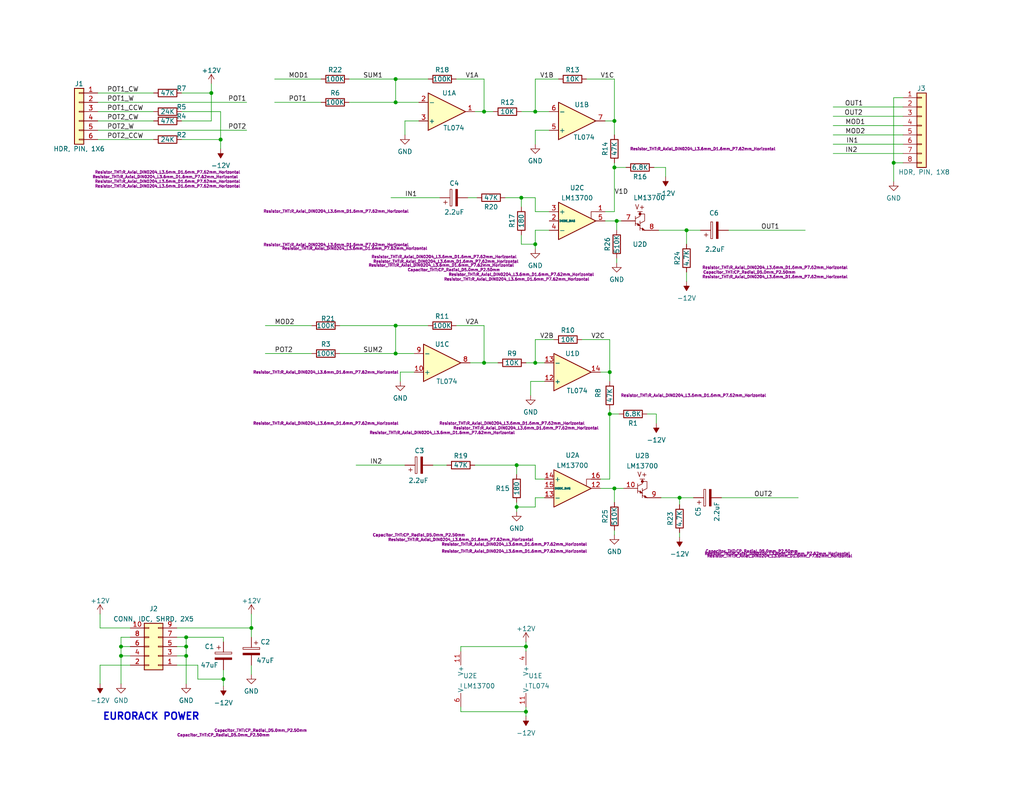
<source format=kicad_sch>
(kicad_sch (version 20211123) (generator eeschema)
  (paper "A")
  (title_block (title "Dual Voltage Controlled Amplifier (VCA)") (date "2022-11-28") (rev "2") (company "LAND BOARDS LLC"))
  (lib_symbols
    (symbol "Amplifier_Operational:LM13700" (pin_names (offset 0.127))
      (property "Reference" "U" (at 3.81 5.08 0))
      (property "Value" "LM13700" (at 5.08 -5.08 0))
      (symbol "LM13700_1_1"
        (polyline (pts (xy 3.81 -0.635) (xy 3.81 -2.54) (xy 5.08 -2.54)))
        (polyline (pts (xy 5.08 0) (xy -5.08 -5.08) (xy -5.08 5.08) (xy 5.08 0)) (stroke (width 0.254)) (fill (type background)))
        (pin output line (at 7.62 0 180) (length 2.54) (name "~") (number "12"))
        (pin input line (at -7.62 2.54 0) (length 2.54) (name "-") (number "13"))
        (pin input line (at -7.62 -2.54 0) (length 2.54) (name "+") (number "14"))
        (pin input line (at -7.62 0 0) (length 2.54) (name "DIODE_BIAS") (number "15"))
        (pin input line (at 7.62 -2.54 180) (length 2.54) (name "~") (number "16"))
      )
      (symbol "LM13700_2_0"
        (polyline (pts (xy -1.905 2.54) (xy -3.175 2.54)))
      )
      (symbol "LM13700_2_1"
        (circle (center -2.54 1.905) (radius 0.254) (stroke (width 0.254)) (fill (type outline)))
        (polyline (pts (xy -3.81 -0.635) (xy -2.54 -1.27)))
        (polyline (pts (xy -3.81 1.27) (xy -3.81 -1.27)))
        (polyline (pts (xy -2.54 -1.905) (xy -1.27 -2.54)))
        (polyline (pts (xy -2.54 0) (xy -2.54 -2.54)))
        (polyline (pts (xy -3.81 0.635) (xy -2.54 1.27) (xy -2.54 1.905) (xy -2.54 2.54)))
        (polyline (pts (xy -2.54 -1.27) (xy -3.175 -0.635) (xy -3.175 -1.27) (xy -2.54 -1.27)) (fill (type outline)))
        (polyline (pts (xy -2.54 -0.635) (xy -1.27 0) (xy -1.27 1.905) (xy -2.54 1.905)))
        (polyline (pts (xy -1.27 -2.54) (xy -1.905 -1.905) (xy -1.905 -2.54) (xy -1.27 -2.54)) (fill (type outline)))
        (text "V+" (at -2.54 3.81 0) (effects (font (size 1.27 1.27))))
        (pin input line (at -7.62 0 0) (length 3.81) (name "~") (number "10"))
        (pin output line (at 2.54 -2.54 180) (length 3.81) (name "~") (number "9"))
      )
      (symbol "LM13700_3_1"
        (polyline (pts (xy 3.81 -0.635) (xy 3.81 -2.54) (xy 5.08 -2.54)))
        (polyline (pts (xy 5.08 0) (xy -5.08 -5.08) (xy -5.08 5.08) (xy 5.08 0)) (stroke (width 0.254)) (fill (type background)))
        (pin input line (at 7.62 -2.54 180) (length 2.54) (name "~") (number "1"))
        (pin input line (at -7.62 0 0) (length 2.54) (name "DIODE_BIAS") (number "2"))
        (pin input line (at -7.62 -2.54 0) (length 2.54) (name "+") (number "3"))
        (pin input line (at -7.62 2.54 0) (length 2.54) (name "-") (number "4"))
        (pin output line (at 7.62 0 180) (length 2.54) (name "~") (number "5"))
      )
      (symbol "LM13700_4_0"
        (polyline (pts (xy -3.175 2.54) (xy -1.905 2.54)))
        (text "V+" (at -2.54 3.81 0) (effects (font (size 1.27 1.27))))
      )
      (symbol "LM13700_4_1"
        (circle (center -2.54 1.905) (radius 0.254) (stroke (width 0.254)) (fill (type outline)))
        (polyline (pts (xy -3.81 -0.635) (xy -2.54 -1.27)))
        (polyline (pts (xy -3.81 1.27) (xy -3.81 -1.27)))
        (polyline (pts (xy -2.54 -1.905) (xy -1.27 -2.54)))
        (polyline (pts (xy -2.54 0) (xy -2.54 -2.54)))
        (polyline (pts (xy -3.81 0.635) (xy -2.54 1.27) (xy -2.54 2.54)))
        (polyline (pts (xy -2.54 -1.27) (xy -3.175 -0.635) (xy -3.175 -1.27) (xy -2.54 -1.27)) (fill (type outline)))
        (polyline (pts (xy -2.54 -0.635) (xy -1.27 0) (xy -1.27 1.905) (xy -2.54 1.905)))
        (polyline (pts (xy -1.27 -2.54) (xy -1.905 -1.905) (xy -1.905 -2.54) (xy -1.27 -2.54)) (fill (type outline)))
        (pin input line (at -7.62 0 0) (length 3.81) (name "~") (number "7"))
        (pin output line (at 2.54 -2.54 180) (length 3.81) (name "~") (number "8"))
      )
      (symbol "LM13700_5_1"
        (pin power_in line (at -2.54 7.62 270) (length 3.81) (name "V+") (number "11"))
        (pin power_in line (at -2.54 -7.62 90) (length 3.81) (name "V-") (number "6"))
      )
    )
    (symbol "Amplifier_Operational:TL074" (pin_names (offset 0.127))
      (property "Reference" "U" (at 0 5.08 0))
      (property "Value" "TL074" (at 0 -5.08 0))
      (symbol "TL074_1_1"
        (polyline (pts (xy -5.08 5.08) (xy 5.08 0) (xy -5.08 -5.08) (xy -5.08 5.08)) (stroke (width 0.254)) (fill (type background)))
        (pin output line (at 7.62 0 180) (length 2.54) (name "~") (number "1"))
        (pin input line (at -7.62 -2.54 0) (length 2.54) (name "-") (number "2"))
        (pin input line (at -7.62 2.54 0) (length 2.54) (name "+") (number "3"))
      )
      (symbol "TL074_2_1"
        (polyline (pts (xy -5.08 5.08) (xy 5.08 0) (xy -5.08 -5.08) (xy -5.08 5.08)) (stroke (width 0.254)) (fill (type background)))
        (pin input line (at -7.62 2.54 0) (length 2.54) (name "+") (number "5"))
        (pin input line (at -7.62 -2.54 0) (length 2.54) (name "-") (number "6"))
        (pin output line (at 7.62 0 180) (length 2.54) (name "~") (number "7"))
      )
      (symbol "TL074_3_1"
        (polyline (pts (xy -5.08 5.08) (xy 5.08 0) (xy -5.08 -5.08) (xy -5.08 5.08)) (stroke (width 0.254)) (fill (type background)))
        (pin input line (at -7.62 2.54 0) (length 2.54) (name "+") (number "10"))
        (pin output line (at 7.62 0 180) (length 2.54) (name "~") (number "8"))
        (pin input line (at -7.62 -2.54 0) (length 2.54) (name "-") (number "9"))
      )
      (symbol "TL074_4_1"
        (polyline (pts (xy -5.08 5.08) (xy 5.08 0) (xy -5.08 -5.08) (xy -5.08 5.08)) (stroke (width 0.254)) (fill (type background)))
        (pin input line (at -7.62 2.54 0) (length 2.54) (name "+") (number "12"))
        (pin input line (at -7.62 -2.54 0) (length 2.54) (name "-") (number "13"))
        (pin output line (at 7.62 0 180) (length 2.54) (name "~") (number "14"))
      )
      (symbol "TL074_5_1"
        (pin power_in line (at -2.54 -7.62 90) (length 3.81) (name "V-") (number "11"))
        (pin power_in line (at -2.54 7.62 270) (length 3.81) (name "V+") (number "4"))
      )
    )
    (symbol "Connector_Generic:Conn_01x06" (pin_names (offset 1.016) hide)
      (property "Reference" "J" (at 0 7.62 0))
      (property "Value" "Conn_01x06" (at 0 -10.16 0))
      (symbol "Conn_01x06_1_1"
        (rectangle (start -1.27 -7.493) (end 0 -7.747) (stroke (width 0.1524)))
        (rectangle (start -1.27 -4.953) (end 0 -5.207) (stroke (width 0.1524)))
        (rectangle (start -1.27 -2.413) (end 0 -2.667) (stroke (width 0.1524)))
        (rectangle (start -1.27 0.127) (end 0 -0.127) (stroke (width 0.1524)))
        (rectangle (start -1.27 2.667) (end 0 2.413) (stroke (width 0.1524)))
        (rectangle (start -1.27 5.207) (end 0 4.953) (stroke (width 0.1524)))
        (rectangle (start -1.27 6.35) (end 1.27 -8.89) (stroke (width 0.254)) (fill (type background)))
        (pin passive line (at -5.08 5.08 0) (length 3.81) (name "Pin_1") (number "1"))
        (pin passive line (at -5.08 2.54 0) (length 3.81) (name "Pin_2") (number "2"))
        (pin passive line (at -5.08 0 0) (length 3.81) (name "Pin_3") (number "3"))
        (pin passive line (at -5.08 -2.54 0) (length 3.81) (name "Pin_4") (number "4"))
        (pin passive line (at -5.08 -5.08 0) (length 3.81) (name "Pin_5") (number "5"))
        (pin passive line (at -5.08 -7.62 0) (length 3.81) (name "Pin_6") (number "6"))
      )
    )
    (symbol "Connector_Generic:Conn_01x08" (pin_names (offset 1.016) hide)
      (property "Reference" "J" (at 0 10.16 0))
      (property "Value" "Conn_01x08" (at 0 -12.7 0))
      (symbol "Conn_01x08_1_1"
        (rectangle (start -1.27 -10.033) (end 0 -10.287) (stroke (width 0.1524)))
        (rectangle (start -1.27 -7.493) (end 0 -7.747) (stroke (width 0.1524)))
        (rectangle (start -1.27 -4.953) (end 0 -5.207) (stroke (width 0.1524)))
        (rectangle (start -1.27 -2.413) (end 0 -2.667) (stroke (width 0.1524)))
        (rectangle (start -1.27 0.127) (end 0 -0.127) (stroke (width 0.1524)))
        (rectangle (start -1.27 2.667) (end 0 2.413) (stroke (width 0.1524)))
        (rectangle (start -1.27 5.207) (end 0 4.953) (stroke (width 0.1524)))
        (rectangle (start -1.27 7.747) (end 0 7.493) (stroke (width 0.1524)))
        (rectangle (start -1.27 8.89) (end 1.27 -11.43) (stroke (width 0.254)) (fill (type background)))
        (pin passive line (at -5.08 7.62 0) (length 3.81) (name "Pin_1") (number "1"))
        (pin passive line (at -5.08 5.08 0) (length 3.81) (name "Pin_2") (number "2"))
        (pin passive line (at -5.08 2.54 0) (length 3.81) (name "Pin_3") (number "3"))
        (pin passive line (at -5.08 0 0) (length 3.81) (name "Pin_4") (number "4"))
        (pin passive line (at -5.08 -2.54 0) (length 3.81) (name "Pin_5") (number "5"))
        (pin passive line (at -5.08 -5.08 0) (length 3.81) (name "Pin_6") (number "6"))
        (pin passive line (at -5.08 -7.62 0) (length 3.81) (name "Pin_7") (number "7"))
        (pin passive line (at -5.08 -10.16 0) (length 3.81) (name "Pin_8") (number "8"))
      )
    )
    (symbol "Connector_Generic:Conn_02x05_Odd_Even" (pin_names (offset 1.016) hide)
      (property "Reference" "J" (at 1.27 7.62 0))
      (property "Value" "Conn_02x05_Odd_Even" (at 1.27 -7.62 0))
      (symbol "Conn_02x05_Odd_Even_1_1"
        (rectangle (start -1.27 -4.953) (end 0 -5.207) (stroke (width 0.1524)))
        (rectangle (start -1.27 -2.413) (end 0 -2.667) (stroke (width 0.1524)))
        (rectangle (start -1.27 0.127) (end 0 -0.127) (stroke (width 0.1524)))
        (rectangle (start -1.27 2.667) (end 0 2.413) (stroke (width 0.1524)))
        (rectangle (start -1.27 5.207) (end 0 4.953) (stroke (width 0.1524)))
        (rectangle (start -1.27 6.35) (end 3.81 -6.35) (stroke (width 0.254)) (fill (type background)))
        (rectangle (start 3.81 -4.953) (end 2.54 -5.207) (stroke (width 0.1524)))
        (rectangle (start 3.81 -2.413) (end 2.54 -2.667) (stroke (width 0.1524)))
        (rectangle (start 3.81 0.127) (end 2.54 -0.127) (stroke (width 0.1524)))
        (rectangle (start 3.81 2.667) (end 2.54 2.413) (stroke (width 0.1524)))
        (rectangle (start 3.81 5.207) (end 2.54 4.953) (stroke (width 0.1524)))
        (pin passive line (at -5.08 5.08 0) (length 3.81) (name "Pin_1") (number "1"))
        (pin passive line (at 7.62 -5.08 180) (length 3.81) (name "Pin_10") (number "10"))
        (pin passive line (at 7.62 5.08 180) (length 3.81) (name "Pin_2") (number "2"))
        (pin passive line (at -5.08 2.54 0) (length 3.81) (name "Pin_3") (number "3"))
        (pin passive line (at 7.62 2.54 180) (length 3.81) (name "Pin_4") (number "4"))
        (pin passive line (at -5.08 0 0) (length 3.81) (name "Pin_5") (number "5"))
        (pin passive line (at 7.62 0 180) (length 3.81) (name "Pin_6") (number "6"))
        (pin passive line (at -5.08 -2.54 0) (length 3.81) (name "Pin_7") (number "7"))
        (pin passive line (at 7.62 -2.54 180) (length 3.81) (name "Pin_8") (number "8"))
        (pin passive line (at -5.08 -5.08 0) (length 3.81) (name "Pin_9") (number "9"))
      )
    )
    (symbol "Device:C_Polarized" (pin_numbers hide) (pin_names (offset 0.254))
      (property "Reference" "C" (at 0.635 2.54 0))
      (property "Value" "C_Polarized" (at 0.635 -2.54 0))
      (symbol "C_Polarized_0_1"
        (rectangle (start -2.286 0.508) (end 2.286 1.016))
        (polyline (pts (xy -1.778 2.286) (xy -0.762 2.286)))
        (polyline (pts (xy -1.27 2.794) (xy -1.27 1.778)))
        (rectangle (start 2.286 -0.508) (end -2.286 -1.016) (fill (type outline)))
      )
      (symbol "C_Polarized_1_1"
        (pin passive line (at 0 3.81 270) (length 2.794) (name "~") (number "1"))
        (pin passive line (at 0 -3.81 90) (length 2.794) (name "~") (number "2"))
      )
    )
    (symbol "Device:R" (pin_numbers hide) (pin_names (offset 0))
      (property "Reference" "R" (at 2.032 0 90))
      (property "Value" "R" (at 0 0 90))
      (symbol "R_0_1"
        (rectangle (start -1.016 -2.54) (end 1.016 2.54) (stroke (width 0.254)))
      )
      (symbol "R_1_1"
        (pin passive line (at 0 3.81 270) (length 1.27) (name "~") (number "1"))
        (pin passive line (at 0 -3.81 90) (length 1.27) (name "~") (number "2"))
      )
    )
    (symbol "power:+12V" (power) (pin_names (offset 0))
      (property "Value" "+12V" (at 0 3.556 0))
      (symbol "+12V_0_1"
        (polyline (pts (xy -0.762 1.27) (xy 0 2.54)))
        (polyline (pts (xy 0 0) (xy 0 2.54)))
        (polyline (pts (xy 0 2.54) (xy 0.762 1.27)))
      )
      (symbol "+12V_1_1"
        (pin power_in line (at 0 0 90) (length 0) hide (name "+12V") (number "1"))
      )
    )
    (symbol "power:-12V" (power) (pin_names (offset 0))
      (property "Value" "-12V" (at 0 3.81 0))
      (symbol "-12V_0_0"
        (pin power_in line (at 0 0 90) (length 0) hide (name "-12V") (number "1"))
      )
      (symbol "-12V_0_1"
        (polyline (pts (xy 0 0) (xy 0 1.27) (xy 0.762 1.27) (xy 0 2.54) (xy -0.762 1.27) (xy 0 1.27)) (fill (type outline)))
      )
    )
    (symbol "power:GND" (power) (pin_names (offset 0))
      (property "Value" "GND" (at 0 -3.81 0))
      (symbol "GND_0_1"
        (polyline (pts (xy 0 0) (xy 0 -1.27) (xy 1.27 -1.27) (xy 0 -2.54) (xy -1.27 -1.27) (xy 0 -1.27)))
      )
      (symbol "GND_1_1"
        (pin power_in line (at 0 0 270) (length 0) hide (name "GND") (number "1"))
      )
    )
  )
  (junction (at 167.64 45.72))
  (junction (at 146.05 30.48))
  (junction (at 166.37 113.03))
  (junction (at 132.08 30.48))
  (junction (at 167.64 33.02))
  (junction (at 60.96 185.42))
  (junction (at 167.64 133.35))
  (junction (at 57.658 25.4))
  (junction (at 140.97 127))
  (junction (at 60.198 38.1))
  (junction (at 142.24 53.975))
  (junction (at 143.51 176.53))
  (junction (at 107.95 21.59))
  (junction (at 107.95 96.52))
  (junction (at 146.05 66.675))
  (junction (at 107.95 88.9))
  (junction (at 168.275 60.325))
  (junction (at 50.8 179.07))
  (junction (at 187.325 62.865))
  (junction (at 185.42 135.89))
  (junction (at 33.02 179.07))
  (junction (at 50.8 173.99))
  (junction (at 107.95 27.94))
  (junction (at 166.37 101.6))
  (junction (at 132.08 99.06))
  (junction (at 33.02 176.53))
  (junction (at 243.84 44.45))
  (junction (at 68.58 171.45))
  (junction (at 50.8 176.53))
  (junction (at 140.97 138.43))
  (junction (at 143.51 194.31))
  (junction (at 146.05 99.06))
  (wire (pts (xy 50.8 176.53) (xy 50.8 179.07)))
  (wire (pts (xy 227.33 41.91) (xy 246.38 41.91)))
  (wire (pts (xy 166.37 113.03) (xy 168.91 113.03)))
  (wire (pts (xy 33.02 173.99) (xy 33.02 176.53)))
  (wire (pts (xy 57.658 25.4) (xy 57.658 22.86)))
  (wire (pts (xy 227.33 39.37) (xy 246.38 39.37)))
  (wire (pts (xy 132.08 99.06) (xy 128.27 99.06)))
  (wire (pts (xy 107.95 88.9) (xy 116.84 88.9)))
  (wire (pts (xy 146.05 62.865) (xy 146.05 66.675)))
  (wire (pts (xy 146.05 99.06) (xy 143.51 99.06)))
  (wire (pts (xy 68.58 167.64) (xy 68.58 171.45)))
  (wire (pts (xy 35.56 173.99) (xy 33.02 173.99)))
  (wire (pts (xy 140.97 138.43) (xy 146.05 138.43)))
  (wire (pts (xy 125.73 194.31) (xy 125.73 193.04)))
  (wire (pts (xy 107.95 88.9) (xy 107.95 96.52)))
  (wire (pts (xy 167.64 33.02) (xy 167.64 21.59)))
  (wire (pts (xy 92.71 88.9) (xy 107.95 88.9)))
  (wire (pts (xy 135.89 99.06) (xy 132.08 99.06)))
  (wire (pts (xy 142.24 64.135) (xy 142.24 66.675)))
  (wire (pts (xy 163.83 130.81) (xy 166.37 130.81)))
  (wire (pts (xy 106.68 53.975) (xy 120.015 53.975)))
  (wire (pts (xy 60.198 30.48) (xy 60.198 38.1)))
  (wire (pts (xy 163.83 101.6) (xy 166.37 101.6)))
  (wire (pts (xy 49.53 25.4) (xy 57.658 25.4)))
  (wire (pts (xy 149.86 62.865) (xy 146.05 62.865)))
  (wire (pts (xy 49.53 38.1) (xy 60.198 38.1)))
  (wire (pts (xy 146.05 30.48) (xy 142.24 30.48)))
  (wire (pts (xy 166.37 111.76) (xy 166.37 113.03)))
  (wire (pts (xy 33.02 179.07) (xy 35.56 179.07)))
  (wire (pts (xy 149.86 30.48) (xy 146.05 30.48)))
  (wire (pts (xy 107.95 27.94) (xy 114.3 27.94)))
  (wire (pts (xy 148.59 99.06) (xy 146.05 99.06)))
  (wire (pts (xy 176.53 113.03) (xy 179.07 113.03)))
  (wire (pts (xy 168.275 60.325) (xy 168.275 62.865)))
  (wire (pts (xy 60.96 173.99) (xy 60.96 175.26)))
  (wire (pts (xy 57.658 25.4) (xy 57.658 33.02)))
  (wire (pts (xy 132.08 30.48) (xy 129.54 30.48)))
  (wire (pts (xy 137.795 53.975) (xy 142.24 53.975)))
  (wire (pts (xy 140.97 127) (xy 146.05 127)))
  (wire (pts (xy 50.8 173.99) (xy 50.8 176.53)))
  (wire (pts (xy 114.3 33.02) (xy 110.49 33.02)))
  (wire (pts (xy 246.38 26.67) (xy 243.84 26.67)))
  (wire (pts (xy 185.42 135.89) (xy 189.23 135.89)))
  (wire (pts (xy 166.37 101.6) (xy 166.37 92.71)))
  (wire (pts (xy 33.02 176.53) (xy 35.56 176.53)))
  (wire (pts (xy 227.33 36.83) (xy 246.38 36.83)))
  (wire (pts (xy 143.51 176.53) (xy 143.51 177.8)))
  (wire (pts (xy 107.95 96.52) (xy 113.03 96.52)))
  (wire (pts (xy 165.1 60.325) (xy 168.275 60.325)))
  (wire (pts (xy 140.97 127) (xy 140.97 129.54)))
  (wire (pts (xy 26.67 35.56) (xy 67.31 35.56)))
  (wire (pts (xy 72.39 88.9) (xy 85.09 88.9)))
  (wire (pts (xy 143.51 194.31) (xy 143.51 193.04)))
  (wire (pts (xy 219.71 62.865) (xy 198.755 62.865)))
  (wire (pts (xy 243.84 44.45) (xy 243.84 49.53)))
  (wire (pts (xy 185.42 135.89) (xy 185.42 137.795)))
  (wire (pts (xy 146.05 92.71) (xy 151.13 92.71)))
  (wire (pts (xy 68.58 181.61) (xy 68.58 184.15)))
  (wire (pts (xy 33.02 176.53) (xy 33.02 179.07)))
  (wire (pts (xy 227.33 29.21) (xy 246.38 29.21)))
  (wire (pts (xy 107.95 21.59) (xy 116.84 21.59)))
  (wire (pts (xy 146.05 99.06) (xy 146.05 92.71)))
  (wire (pts (xy 113.03 101.6) (xy 109.22 101.6)))
  (wire (pts (xy 227.33 31.75) (xy 246.38 31.75)))
  (wire (pts (xy 53.975 185.42) (xy 60.96 185.42)))
  (wire (pts (xy 149.86 57.785) (xy 146.05 57.785)))
  (wire (pts (xy 167.64 133.35) (xy 163.83 133.35)))
  (wire (pts (xy 148.59 104.14) (xy 144.78 104.14)))
  (wire (pts (xy 185.42 145.415) (xy 185.42 146.685)))
  (wire (pts (xy 143.51 195.58) (xy 143.51 194.31)))
  (wire (pts (xy 140.97 138.43) (xy 140.97 139.7)))
  (wire (pts (xy 140.97 137.16) (xy 140.97 138.43)))
  (wire (pts (xy 50.8 173.99) (xy 60.96 173.99)))
  (wire (pts (xy 109.22 101.6) (xy 109.22 104.14)))
  (wire (pts (xy 132.08 88.9) (xy 124.46 88.9)))
  (wire (pts (xy 48.26 176.53) (xy 50.8 176.53)))
  (wire (pts (xy 33.02 179.07) (xy 33.02 186.69)))
  (wire (pts (xy 125.73 176.53) (xy 125.73 177.8)))
  (wire (pts (xy 49.53 30.48) (xy 60.198 30.48)))
  (wire (pts (xy 142.24 53.975) (xy 142.24 56.515)))
  (wire (pts (xy 110.49 33.02) (xy 110.49 36.83)))
  (wire (pts (xy 60.96 185.42) (xy 60.96 187.325)))
  (wire (pts (xy 149.86 35.56) (xy 146.05 35.56)))
  (wire (pts (xy 48.26 181.61) (xy 53.975 181.61)))
  (wire (pts (xy 35.56 171.45) (xy 27.305 171.45)))
  (wire (pts (xy 146.05 66.675) (xy 146.05 67.945)))
  (wire (pts (xy 26.67 27.94) (xy 67.31 27.94)))
  (wire (pts (xy 181.61 45.72) (xy 181.61 48.26)))
  (wire (pts (xy 146.05 57.785) (xy 146.05 53.975)))
  (wire (pts (xy 48.26 173.99) (xy 50.8 173.99)))
  (wire (pts (xy 168.275 71.755) (xy 168.275 70.485)))
  (wire (pts (xy 27.305 186.69) (xy 27.305 181.61)))
  (wire (pts (xy 146.05 135.89) (xy 148.59 135.89)))
  (wire (pts (xy 167.64 45.72) (xy 170.815 45.72)))
  (wire (pts (xy 227.33 34.29) (xy 246.38 34.29)))
  (wire (pts (xy 118.11 127) (xy 121.92 127)))
  (wire (pts (xy 132.08 88.9) (xy 132.08 99.06)))
  (wire (pts (xy 95.25 27.94) (xy 107.95 27.94)))
  (wire (pts (xy 107.95 27.94) (xy 107.95 21.59)))
  (wire (pts (xy 27.305 167.64) (xy 27.305 171.45)))
  (wire (pts (xy 167.64 57.785) (xy 167.64 45.72)))
  (wire (pts (xy 143.51 176.53) (xy 125.73 176.53)))
  (wire (pts (xy 167.64 44.45) (xy 167.64 45.72)))
  (wire (pts (xy 143.51 175.26) (xy 143.51 176.53)))
  (wire (pts (xy 72.39 96.52) (xy 85.09 96.52)))
  (wire (pts (xy 179.07 113.03) (xy 179.07 115.57)))
  (wire (pts (xy 167.64 133.35) (xy 167.64 137.16)))
  (wire (pts (xy 68.58 171.45) (xy 68.58 173.99)))
  (wire (pts (xy 146.05 127) (xy 146.05 130.81)))
  (wire (pts (xy 132.08 30.48) (xy 132.08 21.59)))
  (wire (pts (xy 165.1 33.02) (xy 167.64 33.02)))
  (wire (pts (xy 178.435 45.72) (xy 181.61 45.72)))
  (wire (pts (xy 144.78 104.14) (xy 144.78 107.95)))
  (wire (pts (xy 53.975 181.61) (xy 53.975 185.42)))
  (wire (pts (xy 142.24 53.975) (xy 146.05 53.975)))
  (wire (pts (xy 146.05 130.81) (xy 148.59 130.81)))
  (wire (pts (xy 187.325 62.865) (xy 187.325 66.675)))
  (wire (pts (xy 168.275 60.325) (xy 169.545 60.325)))
  (wire (pts (xy 129.54 127) (xy 140.97 127)))
  (wire (pts (xy 146.05 30.48) (xy 146.05 21.59)))
  (wire (pts (xy 95.25 21.59) (xy 107.95 21.59)))
  (wire (pts (xy 74.93 27.94) (xy 87.63 27.94)))
  (wire (pts (xy 243.84 26.67) (xy 243.84 44.45)))
  (wire (pts (xy 27.305 181.61) (xy 35.56 181.61)))
  (wire (pts (xy 243.84 44.45) (xy 246.38 44.45)))
  (wire (pts (xy 60.198 38.1) (xy 60.198 40.64)))
  (wire (pts (xy 49.53 33.02) (xy 57.658 33.02)))
  (wire (pts (xy 26.67 30.48) (xy 41.91 30.48)))
  (wire (pts (xy 166.37 101.6) (xy 166.37 104.14)))
  (wire (pts (xy 127.635 53.975) (xy 130.175 53.975)))
  (wire (pts (xy 165.1 57.785) (xy 167.64 57.785)))
  (wire (pts (xy 167.64 21.59) (xy 160.02 21.59)))
  (wire (pts (xy 146.05 66.675) (xy 142.24 66.675)))
  (wire (pts (xy 143.51 194.31) (xy 125.73 194.31)))
  (wire (pts (xy 187.325 74.295) (xy 187.325 76.835)))
  (wire (pts (xy 74.93 21.59) (xy 87.63 21.59)))
  (wire (pts (xy 48.26 171.45) (xy 68.58 171.45)))
  (wire (pts (xy 92.71 96.52) (xy 107.95 96.52)))
  (wire (pts (xy 26.67 38.1) (xy 41.91 38.1)))
  (wire (pts (xy 166.37 92.71) (xy 158.75 92.71)))
  (wire (pts (xy 179.705 62.865) (xy 187.325 62.865)))
  (wire (pts (xy 180.34 135.89) (xy 185.42 135.89)))
  (wire (pts (xy 26.67 25.4) (xy 41.91 25.4)))
  (wire (pts (xy 146.05 21.59) (xy 152.4 21.59)))
  (wire (pts (xy 48.26 179.07) (xy 50.8 179.07)))
  (wire (pts (xy 167.64 146.05) (xy 167.64 144.78)))
  (wire (pts (xy 132.08 21.59) (xy 124.46 21.59)))
  (wire (pts (xy 26.67 33.02) (xy 41.91 33.02)))
  (wire (pts (xy 146.05 35.56) (xy 146.05 39.37)))
  (wire (pts (xy 60.96 185.42) (xy 60.96 182.88)))
  (wire (pts (xy 187.325 62.865) (xy 191.135 62.865)))
  (wire (pts (xy 217.805 135.89) (xy 196.85 135.89)))
  (wire (pts (xy 146.05 138.43) (xy 146.05 135.89)))
  (wire (pts (xy 97.155 127) (xy 110.49 127)))
  (wire (pts (xy 166.37 113.03) (xy 166.37 130.81)))
  (wire (pts (xy 134.62 30.48) (xy 132.08 30.48)))
  (wire (pts (xy 167.64 33.02) (xy 167.64 36.83)))
  (wire (pts (xy 170.18 133.35) (xy 167.64 133.35)))
  (wire (pts (xy 50.8 179.07) (xy 50.8 186.69)))
  (text "EURORACK POWER" (at 27.94 196.85 0) (effects (font (size 1.905 1.905) (thickness 0.381) bold) (justify left bottom)))
  (label "POT2" (at 62.23 35.56 0))
  (label "POT2" (at 74.93 96.52 0))
  (label "V1B" (at 147.32 21.59 0))
  (label "POT2_W" (at 29.21 35.56 0))
  (label "POT1" (at 62.23 27.94 0))
  (label "V2C" (at 161.29 92.71 0))
  (label "V2B" (at 147.32 92.71 0))
  (label "MOD1" (at 230.632 34.29 0))
  (label "V2A" (at 127 88.9 0))
  (label "IN2" (at 230.632 41.91 0))
  (label "V1C" (at 163.83 21.59 0))
  (label "MOD2" (at 74.93 88.9 0))
  (label "V1A" (at 127 21.59 0))
  (label "OUT1" (at 230.505 29.21 0))
  (label "POT1_CW" (at 29.21 25.4 0))
  (label "IN1" (at 110.49 53.975 0))
  (label "OUT1" (at 207.645 62.865 0))
  (label "SUM1" (at 99.06 21.59 0))
  (label "SUM2" (at 99.06 96.52 0))
  (label "MOD1" (at 78.74 21.59 0))
  (label "POT2_CCW" (at 29.21 38.1 0))
  (label "POT1_W" (at 29.21 27.94 0))
  (label "IN1" (at 230.886 39.37 0))
  (label "IN2" (at 100.965 127 0))
  (label "V1D" (at 167.64 53.34 0))
  (label "POT1_CCW" (at 29.21 30.48 0))
  (label "OUT2" (at 230.378 31.75 0))
  (label "POT2_CW" (at 29.21 33.02 0))
  (label "MOD2" (at 230.632 36.83 0))
  (label "POT1" (at 78.74 27.94 0))
  (label "OUT2" (at 205.74 135.89 0))
  (symbol (lib_id "Amplifier_Operational:TL074") (at 120.65 99.06 0) (mirror x) (unit 3)
    (property "Reference" "U1" (at 120.65 93.98 0))
    (property "Value" "TL074" (at 121.92 104.14 0))
    (property "Datasheet" "http://www.ti.com/lit/ds/symlink/tl071.pdf" (effects hide))
  )
  (symbol (lib_id "power:-12V") (at 185.42 146.685 180) (unit 1)
    (property "Reference" "#PWR0104" (effects hide))
    (property "Value" "-12V" (at 185.42 151.2475 0))
  )
  (symbol (lib_id "Device:R") (at 45.72 25.4 90) (unit 1)
    (property "Reference" "R7" (at 49.53 24.13 90))
    (property "Value" "47K" (at 45.72 25.4 90))
    (property "Footprint" "Resistor_THT:R_Axial_DIN0204_L3.6mm_D1.6mm_P7.62mm_Horizontal" (at 45.085 48.26 90) (effects (font (size 0.762 0.762))))
  )
  (symbol (lib_id "Device:R") (at 140.97 133.35 180) (unit 1)
    (property "Reference" "R15" (at 137.16 133.35 0))
    (property "Value" "180" (at 140.97 133.35 90))
    (property "Footprint" "Resistor_THT:R_Axial_DIN0204_L3.6mm_D1.6mm_P7.62mm_Horizontal" (at 140.335 148.59 0) (effects (font (size 0.762 0.762))))
  )
  (symbol (lib_id "Device:R") (at 187.325 70.485 180) (unit 1)
    (property "Reference" "R24" (at 184.785 70.485 90))
    (property "Value" "4.7K" (at 187.325 70.485 90))
    (property "Footprint" "Resistor_THT:R_Axial_DIN0204_L3.6mm_D1.6mm_P7.62mm_Horizontal" (at 211.455 75.565 0) (effects (font (size 0.762 0.762))))
  )
  (symbol (lib_id "Device:R") (at 139.7 99.06 90) (unit 1)
    (property "Reference" "R9" (at 139.7 96.52 90))
    (property "Value" "10K" (at 139.7 99.06 90))
    (property "Footprint" "Resistor_THT:R_Axial_DIN0204_L3.6mm_D1.6mm_P7.62mm_Horizontal" (at 139.7 115.57 90) (effects (font (size 0.762 0.762))))
  )
  (symbol (lib_id "Device:C_Polarized") (at 123.825 53.975 90) (unit 1)
    (property "Reference" "C4" (at 123.952 50.038 90))
    (property "Value" "2.2uF" (at 123.952 57.912 90))
    (property "Footprint" "Capacitor_THT:CP_Radial_D5.0mm_P2.50mm" (at 123.825 73.66 90) (effects (font (size 0.762 0.762))))
  )
  (symbol (lib_id "Device:C_Polarized") (at 114.3 127 90) (unit 1)
    (property "Reference" "C3" (at 114.427 123.063 90))
    (property "Value" "2.2uF" (at 114.173 131.191 90))
    (property "Footprint" "Capacitor_THT:CP_Radial_D5.0mm_P2.50mm" (at 114.3 146.05 90) (effects (font (size 0.762 0.762))))
  )
  (symbol (lib_id "power:GND") (at 140.97 139.7 0) (unit 1)
    (property "Reference" "#PWR0116" (effects hide))
    (property "Value" "GND" (at 140.97 144.2625 0))
  )
  (symbol (lib_id "Device:R") (at 120.65 88.9 90) (unit 1)
    (property "Reference" "R11" (at 120.65 86.36 90))
    (property "Value" "100K" (at 120.65 88.9 90))
    (property "Footprint" "Resistor_THT:R_Axial_DIN0204_L3.6mm_D1.6mm_P7.62mm_Horizontal" (at 120.65 118.11 90) (effects (font (size 0.762 0.762))))
  )
  (symbol (lib_id "power:GND") (at 167.64 146.05 0) (unit 1)
    (property "Reference" "#PWR01" (effects hide))
    (property "Value" "GND" (at 167.64 150.6125 0))
  )
  (symbol (lib_id "power:-12V") (at 187.325 76.835 180) (unit 1)
    (property "Reference" "#PWR0113" (effects hide))
    (property "Value" "-12V" (at 187.325 81.3975 0))
  )
  (symbol (lib_id "Amplifier_Operational:LM13700") (at 128.27 185.42 0) (unit 5)
    (property "Reference" "U2" (at 126.365 184.5115 0) (effects (justify left)))
    (property "Value" "LM13700" (at 126.365 187.2866 0) (effects (justify left)))
    (property "Datasheet" "http://www.ti.com/lit/ds/symlink/lm13700.pdf" (effects hide))
  )
  (symbol (lib_id "Device:R") (at 167.64 140.97 180) (unit 1)
    (property "Reference" "R25" (at 165.1 140.97 90))
    (property "Value" "510K" (at 167.64 140.97 90))
    (property "Footprint" "Resistor_THT:R_Axial_DIN0204_L3.6mm_D1.6mm_P7.62mm_Horizontal" (at 140.335 150.495 0) (effects (font (size 0.762 0.762))))
  )
  (symbol (lib_id "power:GND") (at 110.49 36.83 0) (unit 1)
    (property "Reference" "#PWR0118" (effects hide))
    (property "Value" "GND" (at 110.49 41.3925 0))
  )
  (symbol (lib_id "power:GND") (at 50.8 186.69 0) (unit 1)
    (property "Reference" "#PWR0108" (effects hide))
    (property "Value" "GND" (at 50.8 191.2525 0))
  )
  (symbol (lib_id "Amplifier_Operational:TL074") (at 121.92 30.48 0) (mirror x) (unit 1)
    (property "Reference" "U1" (at 122.555 25.4 0))
    (property "Value" "TL074" (at 123.825 34.925 0))
    (property "Footprint" "Package_DIP:DIP-14_W7.62mm_LongPads" (effects hide))
    (property "Datasheet" "http://www.ti.com/lit/ds/symlink/tl071.pdf" (effects hide))
  )
  (symbol (lib_id "Device:C_Polarized") (at 68.58 177.8 0) (mirror y) (unit 1)
    (property "Reference" "C2" (at 72.39 175.26 0))
    (property "Value" "47uF" (at 72.39 180.34 0))
    (property "Footprint" "Capacitor_THT:CP_Radial_D5.0mm_P2.50mm" (at 71.12 199.39 0) (effects (font (size 0.762 0.762))))
  )
  (symbol (lib_id "Device:R") (at 45.72 38.1 90) (unit 1)
    (property "Reference" "R2" (at 49.53 36.83 90))
    (property "Value" "24K" (at 45.72 38.1 90))
    (property "Footprint" "Resistor_THT:R_Axial_DIN0204_L3.6mm_D1.6mm_P7.62mm_Horizontal" (at 45.72 50.8 90) (effects (font (size 0.762 0.762))))
  )
  (symbol (lib_id "power:-12V") (at 179.07 115.57 180) (unit 1)
    (property "Reference" "#PWR0112" (effects hide))
    (property "Value" "-12V" (at 179.07 120.1325 0))
  )
  (symbol (lib_id "Connector_Generic:Conn_01x06") (at 21.59 30.48 0) (mirror y) (unit 1)
    (property "Reference" "J1" (at 21.59 22.86 0))
    (property "Value" "HDR, PIN, 1X6" (at 21.59 40.64 0))
    (property "Footprint" "Connector_PinSocket_2.54mm:PinSocket_1x06_P2.54mm_Vertical" (effects hide))
  )
  (symbol (lib_id "power:GND") (at 144.78 107.95 0) (unit 1)
    (property "Reference" "#PWR0115" (effects hide))
    (property "Value" "GND" (at 144.78 112.5125 0))
  )
  (symbol (lib_id "Connector_Generic:Conn_01x08") (at 251.46 34.29 0) (unit 1)
    (property "Reference" "J3" (at 250.19 24.13 0) (effects (justify left)))
    (property "Value" "HDR, PIN, 1X8" (at 245.11 46.99 0) (effects (justify left)))
    (property "Footprint" "Connector_PinSocket_2.54mm:PinSocket_1x08_P2.54mm_Vertical" (effects hide))
  )
  (symbol (lib_id "Device:R") (at 138.43 30.48 90) (unit 1)
    (property "Reference" "R12" (at 138.43 27.94 90))
    (property "Value" "10K" (at 138.43 30.48 90))
    (property "Footprint" "Resistor_THT:R_Axial_DIN0204_L3.6mm_D1.6mm_P7.62mm_Horizontal" (at 96.774 67.818 90) (effects (font (size 0.762 0.762))))
  )
  (symbol (lib_id "Device:R") (at 167.64 40.64 180) (unit 1)
    (property "Reference" "R14" (at 165.1 40.64 90))
    (property "Value" "47K" (at 167.64 40.64 90))
    (property "Footprint" "Resistor_THT:R_Axial_DIN0204_L3.6mm_D1.6mm_P7.62mm_Horizontal" (at 191.77 40.64 0) (effects (font (size 0.762 0.762))))
  )
  (symbol (lib_id "Amplifier_Operational:LM13700") (at 157.48 60.325 0) (mirror x) (unit 3)
    (property "Reference" "U2" (at 157.48 51.2785 0))
    (property "Value" "LM13700" (at 157.48 54.0536 0))
    (property "Datasheet" "http://www.ti.com/lit/ds/symlink/lm13700.pdf" (effects hide))
  )
  (symbol (lib_id "Amplifier_Operational:LM13700") (at 177.165 60.325 0) (unit 4)
    (property "Reference" "U2" (at 174.625 66.7046 0))
    (property "Value" "LM13700" (at 177.165 53.975 0))
    (property "Datasheet" "http://www.ti.com/lit/ds/symlink/lm13700.pdf" (effects hide))
  )
  (symbol (lib_id "power:GND") (at 168.275 71.755 0) (unit 1)
    (property "Reference" "#PWR02" (effects hide))
    (property "Value" "GND" (at 168.275 76.3175 0))
  )
  (symbol (lib_id "Device:R") (at 88.9 96.52 90) (unit 1)
    (property "Reference" "R3" (at 88.9 93.98 90))
    (property "Value" "100K" (at 88.9 96.52 90))
    (property "Footprint" "Resistor_THT:R_Axial_DIN0204_L3.6mm_D1.6mm_P7.62mm_Horizontal" (at 88.9 115.57 90) (effects (font (size 0.762 0.762))))
  )
  (symbol (lib_id "Amplifier_Operational:LM13700") (at 156.21 133.35 0) (mirror x) (unit 1)
    (property "Reference" "U2" (at 156.21 124.3035 0))
    (property "Value" "LM13700" (at 156.21 127.0786 0))
    (property "Footprint" "Package_DIP:DIP-16_W7.62mm_LongPads" (effects hide))
    (property "Datasheet" "http://www.ti.com/lit/ds/symlink/lm13700.pdf" (effects hide))
  )
  (symbol (lib_id "Device:R") (at 125.73 127 270) (unit 1)
    (property "Reference" "R19" (at 125.73 124.46 90))
    (property "Value" "47K" (at 125.73 127 90))
    (property "Footprint" "Resistor_THT:R_Axial_DIN0204_L3.6mm_D1.6mm_P7.62mm_Horizontal" (at 125.73 147.32 90) (effects (font (size 0.762 0.762))))
  )
  (symbol (lib_id "Amplifier_Operational:TL074") (at 156.21 101.6 0) (mirror x) (unit 4)
    (property "Reference" "U1" (at 156.21 96.52 0))
    (property "Value" "TL074" (at 157.48 106.68 0))
    (property "Datasheet" "http://www.ti.com/lit/ds/symlink/tl071.pdf" (effects hide))
  )
  (symbol (lib_id "Amplifier_Operational:LM13700") (at 177.8 133.35 0) (unit 2)
    (property "Reference" "U2" (at 175.26 124.4399 0))
    (property "Value" "LM13700" (at 175.26 127.215 0))
    (property "Datasheet" "http://www.ti.com/lit/ds/symlink/lm13700.pdf" (effects hide))
  )
  (symbol (lib_id "power:-12V") (at 181.61 48.26 180) (unit 1)
    (property "Reference" "#PWR0114" (effects hide))
    (property "Value" "-12V" (at 181.61 52.8225 0))
  )
  (symbol (lib_id "power:GND") (at 33.02 186.69 0) (unit 1)
    (property "Reference" "#PWR0105" (effects hide))
    (property "Value" "GND" (at 33.02 191.2525 0))
  )
  (symbol (lib_id "Device:R") (at 142.24 60.325 180) (unit 1)
    (property "Reference" "R17" (at 139.7 60.325 90))
    (property "Value" "180" (at 142.24 60.325 90))
    (property "Footprint" "Resistor_THT:R_Axial_DIN0204_L3.6mm_D1.6mm_P7.62mm_Horizontal" (at 142.24 74.93 0) (effects (font (size 0.762 0.762))))
  )
  (symbol (lib_id "Device:R") (at 88.9 88.9 90) (unit 1)
    (property "Reference" "R21" (at 89.535 86.995 90))
    (property "Value" "100K" (at 88.9 88.9 90))
    (property "Footprint" "Resistor_THT:R_Axial_DIN0204_L3.6mm_D1.6mm_P7.62mm_Horizontal" (at 88.9 101.6 90) (effects (font (size 0.762 0.762))))
  )
  (symbol (lib_id "Device:R") (at 172.72 113.03 270) (unit 1)
    (property "Reference" "R1" (at 172.72 115.57 90))
    (property "Value" "6.8K" (at 172.72 113.03 90))
    (property "Footprint" "Resistor_THT:R_Axial_DIN0204_L3.6mm_D1.6mm_P7.62mm_Horizontal" (at 212.09 151.13 90) (effects (font (size 0.762 0.762))))
  )
  (symbol (lib_id "power:GND") (at 243.84 49.53 0) (unit 1)
    (property "Reference" "#PWR0103" (effects hide))
    (property "Value" "GND" (at 243.84 54.0925 0))
  )
  (symbol (lib_id "Device:R") (at 156.21 21.59 90) (unit 1)
    (property "Reference" "R13" (at 156.21 19.05 90))
    (property "Value" "10K" (at 156.21 21.59 90))
    (property "Footprint" "Resistor_THT:R_Axial_DIN0204_L3.6mm_D1.6mm_P7.62mm_Horizontal" (at 121.158 70.104 90) (effects (font (size 0.762 0.762))))
  )
  (symbol (lib_id "power:GND") (at 68.58 184.15 0) (unit 1)
    (property "Reference" "#PWR0110" (effects hide))
    (property "Value" "GND" (at 68.58 188.7125 0))
  )
  (symbol (lib_id "power:+12V") (at 143.51 175.26 0) (unit 1)
    (property "Reference" "#PWR0122" (effects hide))
    (property "Value" "+12V" (at 143.51 171.6555 0))
  )
  (symbol (lib_id "power:-12V") (at 60.96 187.325 180) (unit 1)
    (property "Reference" "#PWR0109" (effects hide))
    (property "Value" "-12V" (at 60.96 191.8875 0))
  )
  (symbol (lib_id "power:GND") (at 146.05 39.37 0) (unit 1)
    (property "Reference" "#PWR0119" (effects hide))
    (property "Value" "GND" (at 146.05 43.9325 0))
  )
  (symbol (lib_id "power:GND") (at 146.05 67.945 0) (unit 1)
    (property "Reference" "#PWR0117" (effects hide))
    (property "Value" "GND" (at 146.05 72.5075 0))
  )
  (symbol (lib_id "Device:R") (at 168.275 66.675 180) (unit 1)
    (property "Reference" "R26" (at 165.735 66.675 90))
    (property "Value" "510K" (at 168.275 66.675 90))
    (property "Footprint" "Resistor_THT:R_Axial_DIN0204_L3.6mm_D1.6mm_P7.62mm_Horizontal" (at 140.97 76.2 0) (effects (font (size 0.762 0.762))))
  )
  (symbol (lib_id "Device:C_Polarized") (at 194.945 62.865 90) (unit 1)
    (property "Reference" "C6" (at 194.818 58.166 90))
    (property "Value" "2.2uF" (at 195.072 68.072 90))
    (property "Footprint" "Capacitor_THT:CP_Radial_D5.0mm_P2.50mm" (at 204.47 74.295 90) (effects (font (size 0.762 0.762))))
  )
  (symbol (lib_id "Device:R") (at 185.42 141.605 180) (unit 1)
    (property "Reference" "R23" (at 182.88 141.605 90))
    (property "Value" "4.7K" (at 185.42 141.605 90))
    (property "Footprint" "Resistor_THT:R_Axial_DIN0204_L3.6mm_D1.6mm_P7.62mm_Horizontal" (at 212.725 151.765 0) (effects (font (size 0.762 0.762))))
  )
  (symbol (lib_id "Device:C_Polarized") (at 60.96 179.07 0) (unit 1)
    (property "Reference" "C1" (at 57.15 176.53 0))
    (property "Value" "47uF" (at 57.15 181.61 0))
    (property "Footprint" "Capacitor_THT:CP_Radial_D5.0mm_P2.50mm" (at 60.96 200.66 0) (effects (font (size 0.762 0.762))))
  )
  (symbol (lib_id "Device:R") (at 91.44 21.59 90) (unit 1)
    (property "Reference" "R22" (at 91.44 19.05 90))
    (property "Value" "100K" (at 91.44 21.59 90))
    (property "Footprint" "Resistor_THT:R_Axial_DIN0204_L3.6mm_D1.6mm_P7.62mm_Horizontal" (at 91.694 57.658 90) (effects (font (size 0.762 0.762))))
  )
  (symbol (lib_id "power:+12V") (at 68.58 167.64 0) (unit 1)
    (property "Reference" "#PWR0111" (effects hide))
    (property "Value" "+12V" (at 68.58 164.0355 0))
  )
  (symbol (lib_id "Device:C_Polarized") (at 193.04 135.89 90) (unit 1)
    (property "Reference" "C5" (at 190.5 139.7 0))
    (property "Value" "2.2uF" (at 195.58 139.7 0))
    (property "Footprint" "Capacitor_THT:CP_Radial_D5.0mm_P2.50mm" (at 205.105 150.495 90) (effects (font (size 0.762 0.762))))
  )
  (symbol (lib_id "Device:R") (at 154.94 92.71 90) (unit 1)
    (property "Reference" "R10" (at 154.94 90.17 90))
    (property "Value" "10K" (at 154.94 92.71 90))
    (property "Footprint" "Resistor_THT:R_Axial_DIN0204_L3.6mm_D1.6mm_P7.62mm_Horizontal" (at 143.51 116.84 90) (effects (font (size 0.762 0.762))))
  )
  (symbol (lib_id "Connector_Generic:Conn_02x05_Odd_Even") (at 43.18 176.53 180) (unit 1)
    (property "Reference" "J2" (at 41.91 166.2135 0))
    (property "Value" "CONN, IDC, SHRD, 2X5" (at 41.91 168.9886 0))
    (property "Footprint" "Connector_IDC:IDC-Header_2x05_P2.54mm_Vertical" (effects hide))
  )
  (symbol (lib_id "Device:R") (at 45.72 30.48 90) (unit 1)
    (property "Reference" "R5" (at 49.53 29.21 90))
    (property "Value" "24K" (at 45.72 30.48 90))
    (property "Footprint" "Resistor_THT:R_Axial_DIN0204_L3.6mm_D1.6mm_P7.62mm_Horizontal" (at 45.72 46.99 90) (effects (font (size 0.762 0.762))))
  )
  (symbol (lib_id "Device:R") (at 120.65 21.59 90) (unit 1)
    (property "Reference" "R18" (at 120.65 19.05 90))
    (property "Value" "100K" (at 120.65 21.59 90))
    (property "Footprint" "Resistor_THT:R_Axial_DIN0204_L3.6mm_D1.6mm_P7.62mm_Horizontal" (at 120.396 72.39 90) (effects (font (size 0.762 0.762))))
  )
  (symbol (lib_id "Device:R") (at 91.44 27.94 90) (unit 1)
    (property "Reference" "R6" (at 91.44 25.4 90))
    (property "Value" "100K" (at 91.44 27.94 90))
    (property "Footprint" "Resistor_THT:R_Axial_DIN0204_L3.6mm_D1.6mm_P7.62mm_Horizontal" (at 91.694 66.802 90) (effects (font (size 0.762 0.762))))
  )
  (symbol (lib_id "power:-12V") (at 143.51 195.58 180) (unit 1)
    (property "Reference" "#PWR0121" (effects hide))
    (property "Value" "-12V" (at 143.51 200.1425 0))
  )
  (symbol (lib_id "power:-12V") (at 60.198 40.64 180) (unit 1)
    (property "Reference" "#PWR0101" (effects hide))
    (property "Value" "-12V" (at 60.198 45.2025 0))
  )
  (symbol (lib_id "power:-12V") (at 27.305 186.69 180) (unit 1)
    (property "Reference" "#PWR0106" (effects hide))
    (property "Value" "-12V" (at 27.305 191.2525 0))
  )
  (symbol (lib_id "Device:R") (at 133.985 53.975 270) (unit 1)
    (property "Reference" "R20" (at 133.985 56.515 90))
    (property "Value" "47K" (at 133.985 53.975 90))
    (property "Footprint" "Resistor_THT:R_Axial_DIN0204_L3.6mm_D1.6mm_P7.62mm_Horizontal" (at 121.666 71.374 90) (effects (font (size 0.762 0.762))))
  )
  (symbol (lib_id "Device:R") (at 166.37 107.95 180) (unit 1)
    (property "Reference" "R8" (at 163.195 107.315 90))
    (property "Value" "47K" (at 166.37 107.95 90))
    (property "Footprint" "Resistor_THT:R_Axial_DIN0204_L3.6mm_D1.6mm_P7.62mm_Horizontal" (at 189.23 107.95 0) (effects (font (size 0.762 0.762))))
  )
  (symbol (lib_id "Device:R") (at 174.625 45.72 270) (unit 1)
    (property "Reference" "R16" (at 174.625 48.26 90))
    (property "Value" "6.8K" (at 174.625 45.72 90))
    (property "Footprint" "Resistor_THT:R_Axial_DIN0204_L3.6mm_D1.6mm_P7.62mm_Horizontal" (at 211.455 73.025 90) (effects (font (size 0.762 0.762))))
  )
  (symbol (lib_id "Amplifier_Operational:TL074") (at 157.48 33.02 0) (mirror x) (unit 2)
    (property "Reference" "U1" (at 158.75 28.575 0))
    (property "Value" "TL074" (at 159.385 37.465 0))
    (property "Datasheet" "http://www.ti.com/lit/ds/symlink/tl071.pdf" (effects hide))
  )
  (symbol (lib_id "Device:R") (at 45.72 33.02 90) (unit 1)
    (property "Reference" "R4" (at 49.53 31.75 90))
    (property "Value" "47K" (at 45.72 33.02 90))
    (property "Footprint" "Resistor_THT:R_Axial_DIN0204_L3.6mm_D1.6mm_P7.62mm_Horizontal" (at 45.72 49.53 90) (effects (font (size 0.762 0.762))))
  )
  (symbol (lib_id "Amplifier_Operational:TL074") (at 146.05 185.42 0) (unit 5)
    (property "Reference" "U1" (at 144.145 184.5115 0) (effects (justify left)))
    (property "Value" "TL074" (at 144.145 187.2866 0) (effects (justify left)))
    (property "Datasheet" "http://www.ti.com/lit/ds/symlink/tl071.pdf" (effects hide))
  )
  (symbol (lib_id "power:+12V") (at 57.658 22.86 0) (unit 1)
    (property "Reference" "#PWR0102" (effects hide))
    (property "Value" "+12V" (at 57.658 19.2555 0))
  )
  (symbol (lib_id "power:GND") (at 109.22 104.14 0) (unit 1)
    (property "Reference" "#PWR0120" (effects hide))
    (property "Value" "GND" (at 109.22 108.7025 0))
  )
  (symbol (lib_id "power:+12V") (at 27.305 167.64 0) (unit 1)
    (property "Reference" "#PWR0107" (effects hide))
    (property "Value" "+12V" (at 27.305 164.0355 0))
  )
)
</source>
